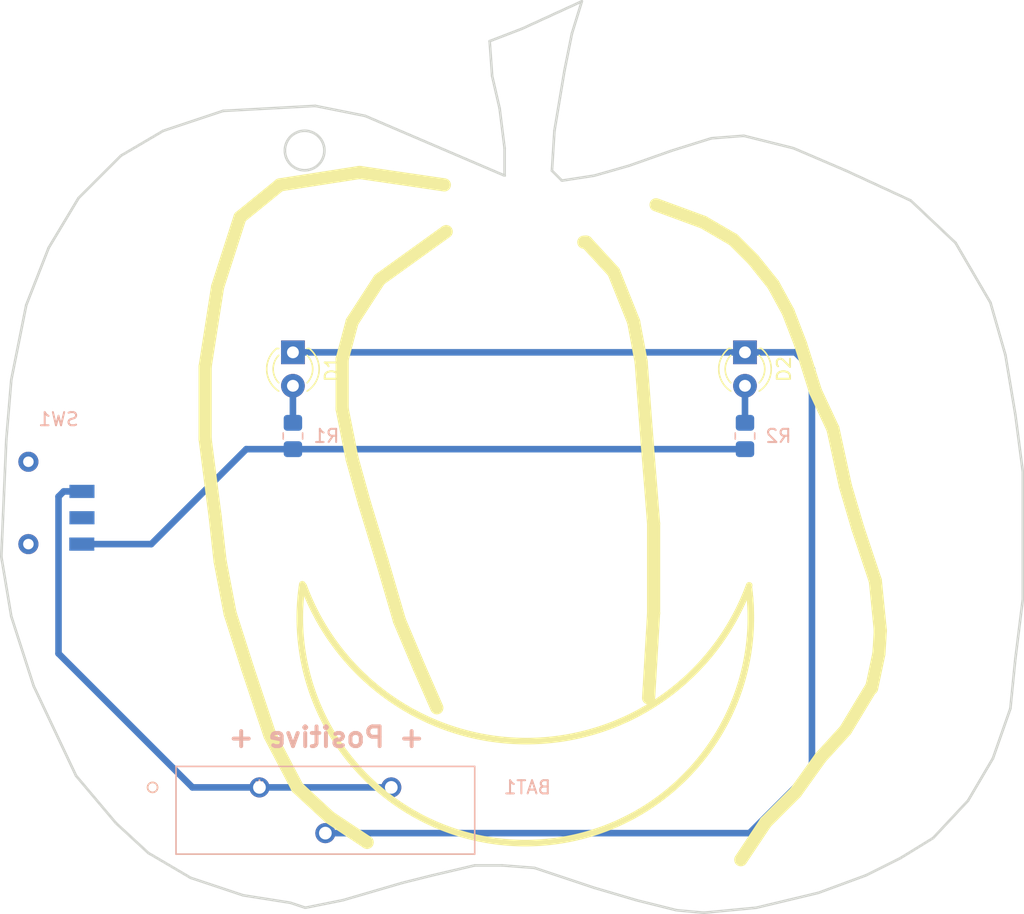
<source format=kicad_pcb>
(kicad_pcb (version 20171130) (host pcbnew "(5.1.9-0-10_14)")

  (general
    (thickness 1.6)
    (drawings 123)
    (tracks 18)
    (zones 0)
    (modules 6)
    (nets 7)
  )

  (page A4)
  (layers
    (0 F.Cu signal)
    (31 B.Cu signal)
    (32 B.Adhes user)
    (33 F.Adhes user)
    (34 B.Paste user)
    (35 F.Paste user)
    (36 B.SilkS user)
    (37 F.SilkS user)
    (38 B.Mask user)
    (39 F.Mask user)
    (40 Dwgs.User user)
    (41 Cmts.User user)
    (42 Eco1.User user)
    (43 Eco2.User user)
    (44 Edge.Cuts user)
    (45 Margin user)
    (46 B.CrtYd user)
    (47 F.CrtYd user)
    (48 B.Fab user)
    (49 F.Fab user)
  )

  (setup
    (last_trace_width 0.25)
    (trace_clearance 0.2)
    (zone_clearance 0.508)
    (zone_45_only no)
    (trace_min 0.2)
    (via_size 0.8)
    (via_drill 0.4)
    (via_min_size 0.4)
    (via_min_drill 0.3)
    (uvia_size 0.3)
    (uvia_drill 0.1)
    (uvias_allowed no)
    (uvia_min_size 0.2)
    (uvia_min_drill 0.1)
    (edge_width 0.05)
    (segment_width 0.2)
    (pcb_text_width 0.3)
    (pcb_text_size 1.5 1.5)
    (mod_edge_width 0.12)
    (mod_text_size 1 1)
    (mod_text_width 0.15)
    (pad_size 1.524 1.524)
    (pad_drill 0.762)
    (pad_to_mask_clearance 0)
    (aux_axis_origin 0 0)
    (visible_elements FFFFFF7F)
    (pcbplotparams
      (layerselection 0x110fc_ffffffff)
      (usegerberextensions false)
      (usegerberattributes true)
      (usegerberadvancedattributes true)
      (creategerberjobfile true)
      (excludeedgelayer true)
      (linewidth 0.100000)
      (plotframeref false)
      (viasonmask false)
      (mode 1)
      (useauxorigin false)
      (hpglpennumber 1)
      (hpglpenspeed 20)
      (hpglpendiameter 15.000000)
      (psnegative false)
      (psa4output false)
      (plotreference true)
      (plotvalue true)
      (plotinvisibletext false)
      (padsonsilk false)
      (subtractmaskfromsilk false)
      (outputformat 1)
      (mirror false)
      (drillshape 0)
      (scaleselection 1)
      (outputdirectory ""))
  )

  (net 0 "")
  (net 1 VDD)
  (net 2 GND)
  (net 3 "Net-(D1-Pad2)")
  (net 4 "Net-(D2-Pad2)")
  (net 5 "Net-(R1-Pad1)")
  (net 6 "Net-(SW1-Pad2)")

  (net_class Default "This is the default net class."
    (clearance 0.2)
    (trace_width 0.25)
    (via_dia 0.8)
    (via_drill 0.4)
    (uvia_dia 0.3)
    (uvia_drill 0.1)
    (add_net GND)
    (add_net "Net-(D1-Pad2)")
    (add_net "Net-(D2-Pad2)")
    (add_net "Net-(R1-Pad1)")
    (add_net "Net-(SW1-Pad2)")
    (add_net VDD)
  )

  (module Button_Switch_SMD:SMT_Mini_Slide_Switch (layer B.Cu) (tedit 5F838D19) (tstamp 616CBF25)
    (at 99.2124 95.7326 90)
    (path /615A2888)
    (fp_text reference SW1 (at 6.35 0 180) (layer B.SilkS)
      (effects (font (size 1 1) (thickness 0.15)) (justify mirror))
    )
    (fp_text value SMT_SPDT (at 0 0.5 90) (layer B.Fab) hide
      (effects (font (size 1 1) (thickness 0.15)) (justify mirror))
    )
    (fp_line (start -4.572 -3.048) (end 4.445 -3.048) (layer B.CrtYd) (width 0.12))
    (fp_line (start 4.445 -3.048) (end 4.445 3.048) (layer B.CrtYd) (width 0.12))
    (fp_line (start 4.445 3.048) (end -4.572 3.048) (layer B.CrtYd) (width 0.12))
    (fp_line (start -4.572 3.048) (end -4.572 -3.048) (layer B.CrtYd) (width 0.12))
    (pad "" thru_hole circle (at -3.125 -2.286 90) (size 1.524 1.524) (drill 0.8) (layers *.Cu *.Mask))
    (pad "" thru_hole circle (at 3.125 -2.286 90) (size 1.524 1.524) (drill 0.8) (layers *.Cu *.Mask))
    (pad 1 smd rect (at -3.125 1.764 90) (size 1 1.9) (layers B.Cu B.Paste B.Mask)
      (net 5 "Net-(R1-Pad1)"))
    (pad 2 smd rect (at -1.125 1.778 90) (size 1 1.9) (layers B.Cu B.Paste B.Mask)
      (net 6 "Net-(SW1-Pad2)"))
    (pad 3 smd rect (at 0.875 1.778 90) (size 1 1.9) (layers B.Cu B.Paste B.Mask)
      (net 1 VDD))
  )

  (module Resistor_SMD:R_0805_2012Metric_Pad1.20x1.40mm_HandSolder (layer B.Cu) (tedit 5F68FEEE) (tstamp 616D18AA)
    (at 151.2824 90.6526 90)
    (descr "Resistor SMD 0805 (2012 Metric), square (rectangular) end terminal, IPC_7351 nominal with elongated pad for handsoldering. (Body size source: IPC-SM-782 page 72, https://www.pcb-3d.com/wordpress/wp-content/uploads/ipc-sm-782a_amendment_1_and_2.pdf), generated with kicad-footprint-generator")
    (tags "resistor handsolder")
    (path /615A9D08)
    (attr smd)
    (fp_text reference R2 (at 0 2.54 180) (layer B.SilkS)
      (effects (font (size 1 1) (thickness 0.15)) (justify mirror))
    )
    (fp_text value "47 Ohms" (at 0 -5.08 180) (layer B.Fab)
      (effects (font (size 1 1) (thickness 0.15)) (justify mirror))
    )
    (fp_line (start -1 -0.625) (end -1 0.625) (layer B.Fab) (width 0.1))
    (fp_line (start -1 0.625) (end 1 0.625) (layer B.Fab) (width 0.1))
    (fp_line (start 1 0.625) (end 1 -0.625) (layer B.Fab) (width 0.1))
    (fp_line (start 1 -0.625) (end -1 -0.625) (layer B.Fab) (width 0.1))
    (fp_line (start -0.227064 0.735) (end 0.227064 0.735) (layer B.SilkS) (width 0.12))
    (fp_line (start -0.227064 -0.735) (end 0.227064 -0.735) (layer B.SilkS) (width 0.12))
    (fp_line (start -1.85 -0.95) (end -1.85 0.95) (layer B.CrtYd) (width 0.05))
    (fp_line (start -1.85 0.95) (end 1.85 0.95) (layer B.CrtYd) (width 0.05))
    (fp_line (start 1.85 0.95) (end 1.85 -0.95) (layer B.CrtYd) (width 0.05))
    (fp_line (start 1.85 -0.95) (end -1.85 -0.95) (layer B.CrtYd) (width 0.05))
    (fp_text user %R (at 0 0 90) (layer B.Fab)
      (effects (font (size 0.5 0.5) (thickness 0.08)) (justify mirror))
    )
    (pad 2 smd roundrect (at 1 0 90) (size 1.2 1.4) (layers B.Cu B.Paste B.Mask) (roundrect_rratio 0.2083325)
      (net 4 "Net-(D2-Pad2)"))
    (pad 1 smd roundrect (at -1 0 90) (size 1.2 1.4) (layers B.Cu B.Paste B.Mask) (roundrect_rratio 0.2083325)
      (net 5 "Net-(R1-Pad1)"))
    (model ${KISYS3DMOD}/Resistor_SMD.3dshapes/R_0805_2012Metric.wrl
      (at (xyz 0 0 0))
      (scale (xyz 1 1 1))
      (rotate (xyz 0 0 0))
    )
  )

  (module Resistor_SMD:R_0805_2012Metric_Pad1.20x1.40mm_HandSolder (layer B.Cu) (tedit 5F68FEEE) (tstamp 616D1899)
    (at 116.9924 90.6526 90)
    (descr "Resistor SMD 0805 (2012 Metric), square (rectangular) end terminal, IPC_7351 nominal with elongated pad for handsoldering. (Body size source: IPC-SM-782 page 72, https://www.pcb-3d.com/wordpress/wp-content/uploads/ipc-sm-782a_amendment_1_and_2.pdf), generated with kicad-footprint-generator")
    (tags "resistor handsolder")
    (path /615A4F38)
    (attr smd)
    (fp_text reference R1 (at 0 2.54 180) (layer B.SilkS)
      (effects (font (size 1 1) (thickness 0.15)) (justify mirror))
    )
    (fp_text value "47 Ohms" (at 0 -5.08 180) (layer B.Fab)
      (effects (font (size 1 1) (thickness 0.15)) (justify mirror))
    )
    (fp_line (start -1 -0.625) (end -1 0.625) (layer B.Fab) (width 0.1))
    (fp_line (start -1 0.625) (end 1 0.625) (layer B.Fab) (width 0.1))
    (fp_line (start 1 0.625) (end 1 -0.625) (layer B.Fab) (width 0.1))
    (fp_line (start 1 -0.625) (end -1 -0.625) (layer B.Fab) (width 0.1))
    (fp_line (start -0.227064 0.735) (end 0.227064 0.735) (layer B.SilkS) (width 0.12))
    (fp_line (start -0.227064 -0.735) (end 0.227064 -0.735) (layer B.SilkS) (width 0.12))
    (fp_line (start -1.85 -0.95) (end -1.85 0.95) (layer B.CrtYd) (width 0.05))
    (fp_line (start -1.85 0.95) (end 1.85 0.95) (layer B.CrtYd) (width 0.05))
    (fp_line (start 1.85 0.95) (end 1.85 -0.95) (layer B.CrtYd) (width 0.05))
    (fp_line (start 1.85 -0.95) (end -1.85 -0.95) (layer B.CrtYd) (width 0.05))
    (fp_text user %R (at 0 0 90) (layer B.Fab)
      (effects (font (size 0.5 0.5) (thickness 0.08)) (justify mirror))
    )
    (pad 2 smd roundrect (at 1 0 90) (size 1.2 1.4) (layers B.Cu B.Paste B.Mask) (roundrect_rratio 0.2083325)
      (net 3 "Net-(D1-Pad2)"))
    (pad 1 smd roundrect (at -1 0 90) (size 1.2 1.4) (layers B.Cu B.Paste B.Mask) (roundrect_rratio 0.2083325)
      (net 5 "Net-(R1-Pad1)"))
    (model ${KISYS3DMOD}/Resistor_SMD.3dshapes/R_0805_2012Metric.wrl
      (at (xyz 0 0 0))
      (scale (xyz 1 1 1))
      (rotate (xyz 0 0 0))
    )
  )

  (module LED_THT:LED_D3.0mm (layer F.Cu) (tedit 587A3A7B) (tstamp 616D1888)
    (at 151.2824 84.3026 270)
    (descr "LED, diameter 3.0mm, 2 pins")
    (tags "LED diameter 3.0mm 2 pins")
    (path /615A9D12)
    (fp_text reference D2 (at 1.27 -2.96 90) (layer F.SilkS)
      (effects (font (size 1 1) (thickness 0.15)))
    )
    (fp_text value "LED per Chart" (at 1.27 2.96 90) (layer F.Fab) hide
      (effects (font (size 1 1) (thickness 0.15)))
    )
    (fp_circle (center 1.27 0) (end 2.77 0) (layer F.Fab) (width 0.1))
    (fp_line (start -0.23 -1.16619) (end -0.23 1.16619) (layer F.Fab) (width 0.1))
    (fp_line (start -0.29 -1.236) (end -0.29 -1.08) (layer F.SilkS) (width 0.12))
    (fp_line (start -0.29 1.08) (end -0.29 1.236) (layer F.SilkS) (width 0.12))
    (fp_line (start -1.15 -2.25) (end -1.15 2.25) (layer F.CrtYd) (width 0.05))
    (fp_line (start -1.15 2.25) (end 3.7 2.25) (layer F.CrtYd) (width 0.05))
    (fp_line (start 3.7 2.25) (end 3.7 -2.25) (layer F.CrtYd) (width 0.05))
    (fp_line (start 3.7 -2.25) (end -1.15 -2.25) (layer F.CrtYd) (width 0.05))
    (fp_arc (start 1.27 0) (end 0.229039 1.08) (angle -87.9) (layer F.SilkS) (width 0.12))
    (fp_arc (start 1.27 0) (end 0.229039 -1.08) (angle 87.9) (layer F.SilkS) (width 0.12))
    (fp_arc (start 1.27 0) (end -0.29 1.235516) (angle -108.8) (layer F.SilkS) (width 0.12))
    (fp_arc (start 1.27 0) (end -0.29 -1.235516) (angle 108.8) (layer F.SilkS) (width 0.12))
    (fp_arc (start 1.27 0) (end -0.23 -1.16619) (angle 284.3) (layer F.Fab) (width 0.1))
    (pad 2 thru_hole circle (at 2.54 0 270) (size 1.8 1.8) (drill 0.9) (layers *.Cu *.Mask)
      (net 4 "Net-(D2-Pad2)"))
    (pad 1 thru_hole rect (at 0 0 270) (size 1.8 1.8) (drill 0.9) (layers *.Cu *.Mask)
      (net 2 GND))
    (model ${KISYS3DMOD}/LED_THT.3dshapes/LED_D3.0mm.wrl
      (at (xyz 0 0 0))
      (scale (xyz 1 1 1))
      (rotate (xyz 0 0 0))
    )
  )

  (module LED_THT:LED_D3.0mm (layer F.Cu) (tedit 587A3A7B) (tstamp 616D1875)
    (at 116.9924 84.3026 270)
    (descr "LED, diameter 3.0mm, 2 pins")
    (tags "LED diameter 3.0mm 2 pins")
    (path /615A807B)
    (fp_text reference D1 (at 1.27 -2.96 90) (layer F.SilkS)
      (effects (font (size 1 1) (thickness 0.15)))
    )
    (fp_text value "LED per Chart" (at 1.27 2.96 90) (layer F.Fab) hide
      (effects (font (size 1 1) (thickness 0.15)))
    )
    (fp_circle (center 1.27 0) (end 2.77 0) (layer F.Fab) (width 0.1))
    (fp_line (start -0.23 -1.16619) (end -0.23 1.16619) (layer F.Fab) (width 0.1))
    (fp_line (start -0.29 -1.236) (end -0.29 -1.08) (layer F.SilkS) (width 0.12))
    (fp_line (start -0.29 1.08) (end -0.29 1.236) (layer F.SilkS) (width 0.12))
    (fp_line (start -1.15 -2.25) (end -1.15 2.25) (layer F.CrtYd) (width 0.05))
    (fp_line (start -1.15 2.25) (end 3.7 2.25) (layer F.CrtYd) (width 0.05))
    (fp_line (start 3.7 2.25) (end 3.7 -2.25) (layer F.CrtYd) (width 0.05))
    (fp_line (start 3.7 -2.25) (end -1.15 -2.25) (layer F.CrtYd) (width 0.05))
    (fp_arc (start 1.27 0) (end 0.229039 1.08) (angle -87.9) (layer F.SilkS) (width 0.12))
    (fp_arc (start 1.27 0) (end 0.229039 -1.08) (angle 87.9) (layer F.SilkS) (width 0.12))
    (fp_arc (start 1.27 0) (end -0.29 1.235516) (angle -108.8) (layer F.SilkS) (width 0.12))
    (fp_arc (start 1.27 0) (end -0.29 -1.235516) (angle 108.8) (layer F.SilkS) (width 0.12))
    (fp_arc (start 1.27 0) (end -0.23 -1.16619) (angle 284.3) (layer F.Fab) (width 0.1))
    (pad 2 thru_hole circle (at 2.54 0 270) (size 1.8 1.8) (drill 0.9) (layers *.Cu *.Mask)
      (net 3 "Net-(D1-Pad2)"))
    (pad 1 thru_hole rect (at 0 0 270) (size 1.8 1.8) (drill 0.9) (layers *.Cu *.Mask)
      (net 2 GND))
    (model ${KISYS3DMOD}/LED_THT.3dshapes/LED_D3.0mm.wrl
      (at (xyz 0 0 0))
      (scale (xyz 1 1 1))
      (rotate (xyz 0 0 0))
    )
  )

  (module Battery:BatteryHolder_AdamTech_BH-125A-1 (layer B.Cu) (tedit 61679B07) (tstamp 616CC048)
    (at 114.4524 117.3226)
    (path /615BF2C5)
    (fp_text reference BAT1 (at 20.32 0) (layer B.SilkS)
      (effects (font (size 1 1) (thickness 0.15)) (justify mirror))
    )
    (fp_text value BH-125A-1 (at 5 0) (layer B.SilkS) hide
      (effects (font (size 1 1) (thickness 0.15)) (justify mirror))
    )
    (fp_circle (center -8.1064 0) (end -7.7254 0) (layer F.SilkS) (width 0.12))
    (fp_circle (center -8.1064 0) (end -7.7254 0) (layer B.SilkS) (width 0.12))
    (fp_circle (center 0 1.905) (end 0.381 1.905) (layer B.Fab) (width 0.1))
    (fp_line (start 16.4554 5.189347) (end -6.4554 5.189347) (layer B.CrtYd) (width 0.05))
    (fp_line (start 16.4554 -1.719453) (end 16.4554 5.189347) (layer B.CrtYd) (width 0.05))
    (fp_line (start -6.4554 -1.719453) (end 16.4554 -1.719453) (layer B.CrtYd) (width 0.05))
    (fp_line (start -6.4554 5.189347) (end -6.4554 -1.719453) (layer B.CrtYd) (width 0.05))
    (fp_line (start -6.2014 4.935347) (end -6.2014 -1.465453) (layer B.Fab) (width 0.1))
    (fp_line (start 16.2014 4.935347) (end -6.2014 4.935347) (layer B.Fab) (width 0.1))
    (fp_line (start 16.2014 -1.465453) (end 16.2014 4.935347) (layer B.Fab) (width 0.1))
    (fp_line (start -6.2014 -1.465453) (end 16.2014 -1.465453) (layer B.Fab) (width 0.1))
    (fp_line (start -6.3284 5.062347) (end -6.3284 -1.592453) (layer B.SilkS) (width 0.12))
    (fp_line (start 16.3284 5.062347) (end -6.3284 5.062347) (layer B.SilkS) (width 0.12))
    (fp_line (start 16.3284 -1.592453) (end 16.3284 5.062347) (layer B.SilkS) (width 0.12))
    (fp_line (start -6.3284 -1.592453) (end 16.3284 -1.592453) (layer B.SilkS) (width 0.12))
    (fp_text user * (at 0 0) (layer B.Fab)
      (effects (font (size 1 1) (thickness 0.15)) (justify mirror))
    )
    (fp_text user * (at 0 0) (layer B.SilkS)
      (effects (font (size 1 1) (thickness 0.15)) (justify mirror))
    )
    (fp_text user "Copyright 2021 Accelerated Designs. All rights reserved." (at 0 0) (layer Cmts.User)
      (effects (font (size 0.127 0.127) (thickness 0.002)))
    )
    (pad POS2 thru_hole circle (at 10 0) (size 1.524 1.524) (drill 0.9652) (layers *.Cu *.Mask)
      (net 1 VDD))
    (pad NEG thru_hole circle (at 5 3.470001) (size 1.524 1.524) (drill 0.9652) (layers *.Cu *.Mask)
      (net 2 GND))
    (pad POS1 thru_hole circle (at 0 0) (size 1.524 1.524) (drill 0.9652) (layers *.Cu *.Mask)
      (net 1 VDD))
  )

  (gr_circle (center 117.8814 68.9864) (end 119.3814 68.9864) (layer Edge.Cuts) (width 0.2))
  (gr_arc (start 134.6962 95.8088) (end 117.805201 102.031799) (angle -139.7) (layer F.SilkS) (width 0.5))
  (gr_arc (start 134.6962 104.3178) (end 117.678201 101.752401) (angle -195.78254) (layer F.SilkS) (width 0.12))
  (gr_arc (start 134.62 104.4448) (end 117.703601 101.904801) (angle -195.8) (layer F.SilkS) (width 0.5))
  (gr_text "+ Positive +" (at 119.5324 113.5126) (layer B.SilkS)
    (effects (font (size 1.5 1.5) (thickness 0.3)) (justify mirror))
  )
  (gr_line (start 112.978294 74.051889) (end 111.277398 79.343559) (layer F.SilkS) (width 1))
  (gr_line (start 157.95746 90.115879) (end 158.9024 94.4626) (layer F.SilkS) (width 1))
  (gr_line (start 156.63454 87.281059) (end 157.95746 90.115879) (layer F.SilkS) (width 1))
  (gr_line (start 155.500611 83.690279) (end 156.63454 87.281059) (layer F.SilkS) (width 1))
  (gr_line (start 154.555671 81.233439) (end 155.500611 83.690279) (layer F.SilkS) (width 1))
  (gr_line (start 153.421741 79.154569) (end 154.555671 81.233439) (layer F.SilkS) (width 1))
  (gr_line (start 151.909841 77.264689) (end 153.421741 79.154569) (layer F.SilkS) (width 1))
  (gr_line (start 150.397931 75.752779) (end 151.909841 77.264689) (layer F.SilkS) (width 1))
  (gr_line (start 148.130081 74.429869) (end 150.397931 75.752779) (layer F.SilkS) (width 1))
  (gr_line (start 144.539301 73.106949) (end 148.130081 74.429869) (layer F.SilkS) (width 1))
  (gr_line (start 110.33246 90.871829) (end 111.088412 96.730459) (layer F.SilkS) (width 1) (tstamp 616CBF3E))
  (gr_line (start 116.002103 71.59504) (end 112.978294 74.051889) (layer F.SilkS) (width 1))
  (gr_line (start 128.475315 71.59504) (end 122.049721 70.6501) (layer F.SilkS) (width 1))
  (gr_line (start 123.561627 78.776589) (end 121.482756 81.989389) (layer F.SilkS) (width 1))
  (gr_line (start 128.617055 75.138569) (end 123.561627 78.776589) (layer F.SilkS) (width 1))
  (gr_line (start 122.616686 121.487898) (end 122.616686 121.487898) (layer F.SilkS) (width 1))
  (gr_line (start 111.277398 79.343559) (end 110.33246 85.391169) (layer F.SilkS) (width 1))
  (gr_line (start 119.781863 119.598018) (end 122.616686 121.487898) (layer F.SilkS) (width 1))
  (gr_line (start 117.325019 117.330158) (end 119.781863 119.598018) (layer F.SilkS) (width 1))
  (gr_line (start 115.246148 113.361408) (end 117.325019 117.330158) (layer F.SilkS) (width 1))
  (gr_line (start 113.545256 108.258728) (end 115.246148 113.361408) (layer F.SilkS) (width 1))
  (gr_line (start 112.222339 104.100998) (end 113.545256 108.258728) (layer F.SilkS) (width 1))
  (gr_line (start 144.350311 104.100998) (end 144.350311 97.297419) (layer F.SilkS) (width 1))
  (gr_line (start 143.972341 110.526588) (end 144.350311 104.100998) (layer F.SilkS) (width 1))
  (gr_line (start 139.247641 75.941769) (end 139.058651 75.941769) (layer F.SilkS) (width 1))
  (gr_line (start 141.326501 78.209629) (end 139.247641 75.941769) (layer F.SilkS) (width 1))
  (gr_line (start 142.838411 81.989389) (end 141.326501 78.209629) (layer F.SilkS) (width 1))
  (gr_line (start 143.405371 85.013199) (end 142.838411 81.989389) (layer F.SilkS) (width 1))
  (gr_line (start 143.783351 90.115879) (end 143.405371 85.013199) (layer F.SilkS) (width 1))
  (gr_line (start 144.350311 97.297419) (end 143.783351 90.115879) (layer F.SilkS) (width 1))
  (gr_line (start 111.466388 100.132248) (end 112.222339 104.100998) (layer F.SilkS) (width 1))
  (gr_line (start 111.088412 96.730459) (end 111.466388 100.132248) (layer F.SilkS) (width 1))
  (gr_line (start 122.049721 70.6501) (end 116.002103 71.59504) (layer F.SilkS) (width 1))
  (gr_line (start 110.33246 85.391169) (end 110.33246 90.871829) (layer F.SilkS) (width 1))
  (gr_line (start 126.585436 108.258728) (end 127.908352 111.282538) (layer F.SilkS) (width 1))
  (gr_line (start 125.07353 104.667958) (end 126.585436 108.258728) (layer F.SilkS) (width 1))
  (gr_line (start 123.750613 100.132248) (end 125.07353 104.667958) (layer F.SilkS) (width 1))
  (gr_line (start 122.427697 95.785519) (end 123.750613 100.132248) (layer F.SilkS) (width 1))
  (gr_line (start 121.482756 92.383729) (end 122.427697 95.785519) (layer F.SilkS) (width 1))
  (gr_line (start 120.726804 88.603969) (end 121.482756 92.383729) (layer F.SilkS) (width 1))
  (gr_line (start 120.726804 84.824209) (end 120.726804 88.603969) (layer F.SilkS) (width 1))
  (gr_line (start 121.482756 81.989389) (end 120.726804 84.824209) (layer F.SilkS) (width 1))
  (gr_line (start 152.854781 119.975998) (end 150.964901 122.810818) (layer F.SilkS) (width 1))
  (gr_line (start 155.122641 117.708138) (end 152.854781 119.975998) (layer F.SilkS) (width 1))
  (gr_line (start 157.01252 115.062308) (end 155.122641 117.708138) (layer F.SilkS) (width 1))
  (gr_line (start 158.9024 112.983438) (end 157.01252 115.062308) (layer F.SilkS) (width 1))
  (gr_line (start 160.8836 109.7026) (end 158.9024 112.983438) (layer F.SilkS) (width 1))
  (gr_line (start 161.4424 107.1626) (end 160.8836 109.8042) (layer F.SilkS) (width 1))
  (gr_line (start 161.54823 105.423908) (end 161.4424 107.1626) (layer F.SilkS) (width 1))
  (gr_line (start 161.170249 101.644148) (end 161.54823 105.423908) (layer F.SilkS) (width 1))
  (gr_line (start 159.84734 97.675399) (end 161.170249 101.644148) (layer F.SilkS) (width 1))
  (gr_line (start 158.9024 94.4626) (end 159.84734 97.675399) (layer F.SilkS) (width 1))
  (gr_line (start 120.764601 125.88754) (end 125.300316 124.56462) (layer Edge.Cuts) (width 0.2))
  (gr_line (start 117.929781 126.45451) (end 120.764601 125.88754) (layer Edge.Cuts) (width 0.2))
  (gr_line (start 132.67085 65.789332) (end 133.04883 68.813142) (layer Edge.Cuts) (width 0.2))
  (gr_line (start 132.10389 63.332482) (end 132.67085 65.789332) (layer Edge.Cuts) (width 0.2))
  (gr_line (start 131.9149 60.686652) (end 132.10389 63.332482) (layer Edge.Cuts) (width 0.2))
  (gr_line (start 134.37174 59.741712) (end 131.9149 60.686652) (layer Edge.Cuts) (width 0.2))
  (gr_line (start 138.90746 57.662842) (end 134.37174 59.741712) (layer Edge.Cuts) (width 0.2))
  (gr_line (start 138.15151 60.119682) (end 138.90746 57.662842) (layer Edge.Cuts) (width 0.2))
  (gr_line (start 137.58454 62.954512) (end 138.15151 60.119682) (layer Edge.Cuts) (width 0.2))
  (gr_line (start 136.82859 67.490222) (end 137.58454 62.954512) (layer Edge.Cuts) (width 0.2))
  (gr_line (start 136.6396 70.514032) (end 136.82859 67.490222) (layer Edge.Cuts) (width 0.2))
  (gr_line (start 137.39555 71.269982) (end 136.6396 70.514032) (layer Edge.Cuts) (width 0.2))
  (gr_line (start 98.464008 76.372661) (end 96.763115 80.719391) (layer Edge.Cuts) (width 0.2))
  (gr_line (start 151.19168 67.868202) (end 148.73484 68.057182) (layer Edge.Cuts) (width 0.2))
  (gr_line (start 154.97145 68.813142) (end 151.19168 67.868202) (layer Edge.Cuts) (width 0.2))
  (gr_line (start 158.940199 70.514032) (end 154.97145 68.813142) (layer Edge.Cuts) (width 0.2))
  (gr_line (start 163.853889 72.781891) (end 158.940199 70.514032) (layer Edge.Cuts) (width 0.2))
  (gr_line (start 167.255669 75.994681) (end 163.853889 72.781891) (layer Edge.Cuts) (width 0.2))
  (gr_line (start 169.901499 80.530401) (end 167.255669 75.994681) (layer Edge.Cuts) (width 0.2))
  (gr_line (start 171.035429 84.499151) (end 169.901499 80.530401) (layer Edge.Cuts) (width 0.2))
  (gr_line (start 171.791389 89.034861) (end 171.035429 84.499151) (layer Edge.Cuts) (width 0.2))
  (gr_line (start 172.358349 93.381591) (end 171.791389 89.034861) (layer Edge.Cuts) (width 0.2))
  (gr_line (start 172.358349 97.728311) (end 172.358349 93.381591) (layer Edge.Cuts) (width 0.2))
  (gr_line (start 172.358349 103.01998) (end 172.358349 97.728311) (layer Edge.Cuts) (width 0.2))
  (gr_line (start 171.791389 107.5557) (end 172.358349 103.01998) (layer Edge.Cuts) (width 0.2))
  (gr_line (start 171.413409 111.33546) (end 171.791389 107.5557) (layer Edge.Cuts) (width 0.2))
  (gr_line (start 170.090489 115.11522) (end 171.413409 111.33546) (layer Edge.Cuts) (width 0.2))
  (gr_line (start 168.200609 118.32802) (end 170.090489 115.11522) (layer Edge.Cuts) (width 0.2))
  (gr_line (start 165.554779 121.16284) (end 168.200609 118.32802) (layer Edge.Cuts) (width 0.2))
  (gr_line (start 163.097929 122.67474) (end 165.554779 121.16284) (layer Edge.Cuts) (width 0.2))
  (gr_line (start 160.452099 123.99766) (end 163.097929 122.67474) (layer Edge.Cuts) (width 0.2))
  (gr_line (start 107.157458 67.490222) (end 103.944663 69.380102) (layer Edge.Cuts) (width 0.2))
  (gr_line (start 139.8524 70.892012) (end 137.39555 71.269982) (layer Edge.Cuts) (width 0.2))
  (gr_line (start 142.49823 70.136052) (end 139.8524 70.892012) (layer Edge.Cuts) (width 0.2))
  (gr_line (start 145.71103 69.002122) (end 142.49823 70.136052) (layer Edge.Cuts) (width 0.2))
  (gr_line (start 148.73484 68.057182) (end 145.71103 69.002122) (layer Edge.Cuts) (width 0.2))
  (gr_line (start 116.795851 126.07653) (end 117.929781 126.45451) (layer Edge.Cuts) (width 0.2))
  (gr_line (start 113.205079 125.50956) (end 116.795851 126.07653) (layer Edge.Cuts) (width 0.2))
  (gr_line (start 133.04883 70.892012) (end 122.465496 66.356292) (layer Edge.Cuts) (width 0.2))
  (gr_line (start 100.731864 72.592901) (end 98.464008 76.372661) (layer Edge.Cuts) (width 0.2))
  (gr_line (start 118.685732 65.600342) (end 111.693173 65.978322) (layer Edge.Cuts) (width 0.2))
  (gr_line (start 94.873234 99.80718) (end 95.629185 104.3429) (layer Edge.Cuts) (width 0.2))
  (gr_line (start 95.251208 90.924742) (end 94.873234 99.80718) (layer Edge.Cuts) (width 0.2))
  (gr_line (start 95.629185 86.389031) (end 95.251208 90.924742) (layer Edge.Cuts) (width 0.2))
  (gr_line (start 122.465496 66.356292) (end 118.685732 65.600342) (layer Edge.Cuts) (width 0.2))
  (gr_line (start 127.568172 123.99766) (end 130.78097 123.24171) (layer Edge.Cuts) (width 0.2))
  (gr_line (start 125.300316 124.56462) (end 127.568172 123.99766) (layer Edge.Cuts) (width 0.2))
  (gr_line (start 96.763115 80.719391) (end 95.629185 86.389031) (layer Edge.Cuts) (width 0.2))
  (gr_line (start 103.566684 120.02891) (end 106.023531 122.29677) (layer Edge.Cuts) (width 0.2) (tstamp 616CC013))
  (gr_line (start 100.542875 116.43814) (end 103.566684 120.02891) (layer Edge.Cuts) (width 0.2))
  (gr_line (start 109.236329 124.18665) (end 113.205079 125.50956) (layer Edge.Cuts) (width 0.2))
  (gr_line (start 106.023531 122.29677) (end 109.236329 124.18665) (layer Edge.Cuts) (width 0.2))
  (gr_line (start 133.04883 68.813142) (end 133.04883 70.892012) (layer Edge.Cuts) (width 0.2))
  (gr_line (start 111.693173 65.978322) (end 107.157458 67.490222) (layer Edge.Cuts) (width 0.2))
  (gr_line (start 156.861329 125.32058) (end 160.452099 123.99766) (layer Edge.Cuts) (width 0.2))
  (gr_line (start 152.13662 126.45451) (end 156.861329 125.32058) (layer Edge.Cuts) (width 0.2))
  (gr_line (start 148.16787 126.83248) (end 152.13662 126.45451) (layer Edge.Cuts) (width 0.2))
  (gr_line (start 135.31668 123.4307) (end 139.8524 124.9426) (layer Edge.Cuts) (width 0.2))
  (gr_line (start 132.85984 123.24171) (end 135.31668 123.4307) (layer Edge.Cuts) (width 0.2))
  (gr_line (start 130.78097 123.24171) (end 132.85984 123.24171) (layer Edge.Cuts) (width 0.2) (tstamp 616CC016))
  (gr_line (start 97.33008 109.63456) (end 100.542875 116.43814) (layer Edge.Cuts) (width 0.2))
  (gr_line (start 95.629185 104.3429) (end 97.33008 109.63456) (layer Edge.Cuts) (width 0.2))
  (gr_line (start 103.944663 69.380102) (end 100.731864 72.592901) (layer Edge.Cuts) (width 0.2))
  (gr_line (start 146.08901 126.64349) (end 148.16787 126.83248) (layer Edge.Cuts) (width 0.2))
  (gr_line (start 143.0652 125.88754) (end 146.08901 126.64349) (layer Edge.Cuts) (width 0.2))
  (gr_line (start 139.8524 124.9426) (end 143.0652 125.88754) (layer Edge.Cuts) (width 0.2))

  (segment (start 100.9904 94.8576) (end 99.6074 94.8576) (width 0.5) (layer B.Cu) (net 1))
  (segment (start 99.6074 94.8576) (end 99.2124 95.2526) (width 0.5) (layer B.Cu) (net 1))
  (segment (start 99.2124 95.2526) (end 99.2124 107.1626) (width 0.5) (layer B.Cu) (net 1))
  (segment (start 109.3724 117.3226) (end 114.4524 117.3226) (width 0.5) (layer B.Cu) (net 1))
  (segment (start 99.2124 107.1626) (end 109.3724 117.3226) (width 0.5) (layer B.Cu) (net 1))
  (segment (start 114.4524 117.3226) (end 124.4524 117.3226) (width 0.5) (layer B.Cu) (net 1))
  (segment (start 116.9924 84.3026) (end 151.2824 84.3026) (width 0.5) (layer B.Cu) (net 2))
  (segment (start 151.2824 84.3026) (end 155.0924 84.3026) (width 0.5) (layer B.Cu) (net 2))
  (segment (start 155.0924 84.3026) (end 156.3624 85.5726) (width 0.5) (layer B.Cu) (net 2))
  (segment (start 156.3624 85.5726) (end 156.3624 116.0526) (width 0.5) (layer B.Cu) (net 2))
  (segment (start 151.622399 120.792601) (end 119.4524 120.792601) (width 0.5) (layer B.Cu) (net 2))
  (segment (start 156.3624 116.0526) (end 151.622399 120.792601) (width 0.5) (layer B.Cu) (net 2))
  (segment (start 116.9924 86.8426) (end 116.9924 89.6526) (width 0.5) (layer B.Cu) (net 3))
  (segment (start 151.2824 86.8426) (end 151.2824 89.6526) (width 0.5) (layer B.Cu) (net 4))
  (segment (start 113.4524 91.6526) (end 116.9924 91.6526) (width 0.5) (layer B.Cu) (net 5))
  (segment (start 106.2474 98.8576) (end 113.4524 91.6526) (width 0.5) (layer B.Cu) (net 5))
  (segment (start 100.9764 98.8576) (end 106.2474 98.8576) (width 0.5) (layer B.Cu) (net 5))
  (segment (start 116.9924 91.6526) (end 151.2824 91.6526) (width 0.5) (layer B.Cu) (net 5))

)

</source>
